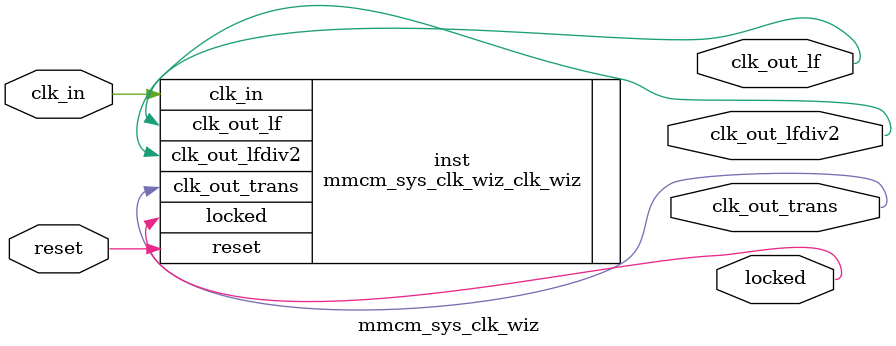
<source format=v>


`timescale 1ps/1ps

(* CORE_GENERATION_INFO = "mmcm_sys_clk_wiz,clk_wiz_v6_0_14_0_0,{component_name=mmcm_sys_clk_wiz,use_phase_alignment=true,use_min_o_jitter=false,use_max_i_jitter=false,use_dyn_phase_shift=false,use_inclk_switchover=false,use_dyn_reconfig=false,enable_axi=0,feedback_source=FDBK_AUTO,PRIMITIVE=MMCM,num_out_clk=3,clkin1_period=5.000,clkin2_period=10.0,use_power_down=false,use_reset=true,use_locked=true,use_inclk_stopped=false,feedback_type=SINGLE,CLOCK_MGR_TYPE=NA,manual_override=false}" *)

module mmcm_sys_clk_wiz 
 (
  // Clock out ports
  output        clk_out_lf,
  output        clk_out_lfdiv2,
  output        clk_out_trans,
  // Status and control signals
  input         reset,
  output        locked,
 // Clock in ports
  input         clk_in
 );

  mmcm_sys_clk_wiz_clk_wiz inst
  (
  // Clock out ports  
  .clk_out_lf(clk_out_lf),
  .clk_out_lfdiv2(clk_out_lfdiv2),
  .clk_out_trans(clk_out_trans),
  // Status and control signals               
  .reset(reset), 
  .locked(locked),
 // Clock in ports
  .clk_in(clk_in)
  );

endmodule

</source>
